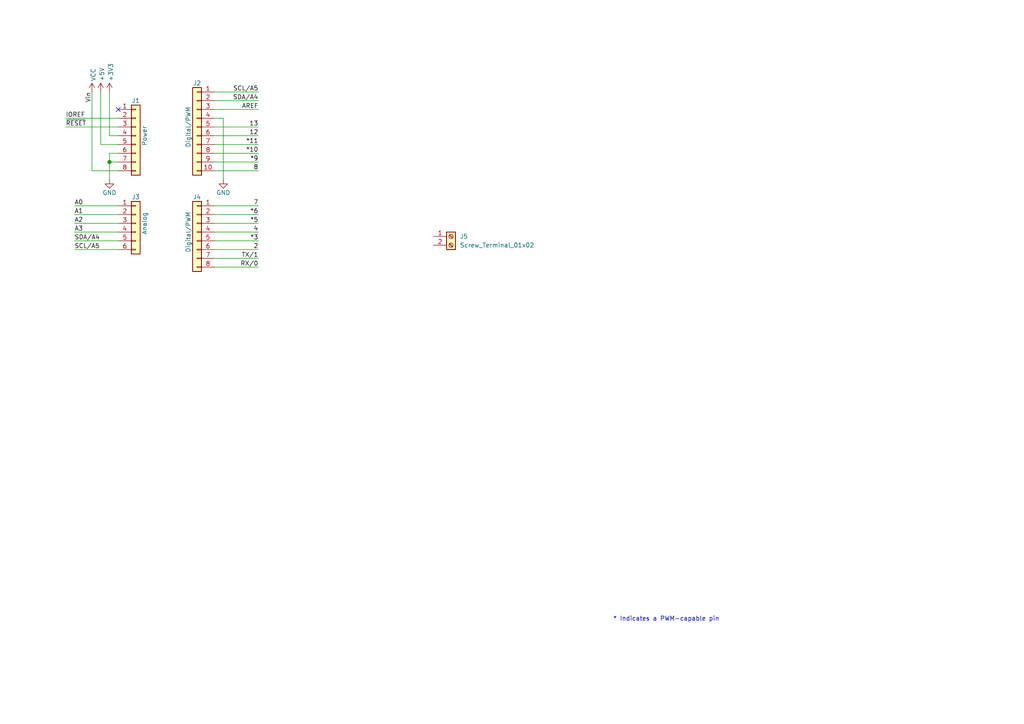
<source format=kicad_sch>
(kicad_sch (version 20230121) (generator eeschema)
  (paper "A4")
  (title_block (date "mar. 31 mars 2015"))
  (lib_symbols
    (symbol "Connector:Screw_Terminal_01x02" (pin_names (offset 1.016) hide)
      (property "Reference" "J" (at 0 2.54 0))
      (property "Value" "Screw_Terminal_01x02" (at 0 -5.08 0))
      (symbol "Screw_Terminal_01x02_1_1"
        (rectangle (start -1.27 1.27) (end 1.27 -3.81) (stroke (width 0.254)) (fill (type background)))
        (circle (center 0 -2.54) (radius 0.635) (stroke (width 0.1524)))
        (polyline (pts (xy -0.5334 -2.2098) (xy 0.3302 -3.048)) (stroke (width 0.1524)))
        (polyline (pts (xy -0.5334 0.3302) (xy 0.3302 -0.508)) (stroke (width 0.1524)))
        (polyline (pts (xy -0.3556 -2.032) (xy 0.508 -2.8702)) (stroke (width 0.1524)))
        (polyline (pts (xy -0.3556 0.508) (xy 0.508 -0.3302)) (stroke (width 0.1524)))
        (circle (center 0 0) (radius 0.635) (stroke (width 0.1524)))
        (pin passive line (at -5.08 0 0) (length 3.81) (name "Pin_1") (number "1"))
        (pin passive line (at -5.08 -2.54 0) (length 3.81) (name "Pin_2") (number "2"))
      )
    )
    (symbol "Connector_Generic:Conn_01x06" (pin_names (offset 1.016) hide)
      (property "Reference" "J" (at 0 7.62 0))
      (property "Value" "Conn_01x06" (at 0 -10.16 0))
      (symbol "Conn_01x06_1_1"
        (rectangle (start -1.27 -7.493) (end 0 -7.747) (stroke (width 0.1524)))
        (rectangle (start -1.27 -4.953) (end 0 -5.207) (stroke (width 0.1524)))
        (rectangle (start -1.27 -2.413) (end 0 -2.667) (stroke (width 0.1524)))
        (rectangle (start -1.27 0.127) (end 0 -0.127) (stroke (width 0.1524)))
        (rectangle (start -1.27 2.667) (end 0 2.413) (stroke (width 0.1524)))
        (rectangle (start -1.27 5.207) (end 0 4.953) (stroke (width 0.1524)))
        (rectangle (start -1.27 6.35) (end 1.27 -8.89) (stroke (width 0.254)) (fill (type background)))
        (pin passive line (at -5.08 5.08 0) (length 3.81) (name "Pin_1") (number "1"))
        (pin passive line (at -5.08 2.54 0) (length 3.81) (name "Pin_2") (number "2"))
        (pin passive line (at -5.08 0 0) (length 3.81) (name "Pin_3") (number "3"))
        (pin passive line (at -5.08 -2.54 0) (length 3.81) (name "Pin_4") (number "4"))
        (pin passive line (at -5.08 -5.08 0) (length 3.81) (name "Pin_5") (number "5"))
        (pin passive line (at -5.08 -7.62 0) (length 3.81) (name "Pin_6") (number "6"))
      )
    )
    (symbol "Connector_Generic:Conn_01x08" (pin_names (offset 1.016) hide)
      (property "Reference" "J" (at 0 10.16 0))
      (property "Value" "Conn_01x08" (at 0 -12.7 0))
      (symbol "Conn_01x08_1_1"
        (rectangle (start -1.27 -10.033) (end 0 -10.287) (stroke (width 0.1524)))
        (rectangle (start -1.27 -7.493) (end 0 -7.747) (stroke (width 0.1524)))
        (rectangle (start -1.27 -4.953) (end 0 -5.207) (stroke (width 0.1524)))
        (rectangle (start -1.27 -2.413) (end 0 -2.667) (stroke (width 0.1524)))
        (rectangle (start -1.27 0.127) (end 0 -0.127) (stroke (width 0.1524)))
        (rectangle (start -1.27 2.667) (end 0 2.413) (stroke (width 0.1524)))
        (rectangle (start -1.27 5.207) (end 0 4.953) (stroke (width 0.1524)))
        (rectangle (start -1.27 7.747) (end 0 7.493) (stroke (width 0.1524)))
        (rectangle (start -1.27 8.89) (end 1.27 -11.43) (stroke (width 0.254)) (fill (type background)))
        (pin passive line (at -5.08 7.62 0) (length 3.81) (name "Pin_1") (number "1"))
        (pin passive line (at -5.08 5.08 0) (length 3.81) (name "Pin_2") (number "2"))
        (pin passive line (at -5.08 2.54 0) (length 3.81) (name "Pin_3") (number "3"))
        (pin passive line (at -5.08 0 0) (length 3.81) (name "Pin_4") (number "4"))
        (pin passive line (at -5.08 -2.54 0) (length 3.81) (name "Pin_5") (number "5"))
        (pin passive line (at -5.08 -5.08 0) (length 3.81) (name "Pin_6") (number "6"))
        (pin passive line (at -5.08 -7.62 0) (length 3.81) (name "Pin_7") (number "7"))
        (pin passive line (at -5.08 -10.16 0) (length 3.81) (name "Pin_8") (number "8"))
      )
    )
    (symbol "Connector_Generic:Conn_01x10" (pin_names (offset 1.016) hide)
      (property "Reference" "J" (at 0 12.7 0))
      (property "Value" "Conn_01x10" (at 0 -15.24 0))
      (symbol "Conn_01x10_1_1"
        (rectangle (start -1.27 -12.573) (end 0 -12.827) (stroke (width 0.1524)))
        (rectangle (start -1.27 -10.033) (end 0 -10.287) (stroke (width 0.1524)))
        (rectangle (start -1.27 -7.493) (end 0 -7.747) (stroke (width 0.1524)))
        (rectangle (start -1.27 -4.953) (end 0 -5.207) (stroke (width 0.1524)))
        (rectangle (start -1.27 -2.413) (end 0 -2.667) (stroke (width 0.1524)))
        (rectangle (start -1.27 0.127) (end 0 -0.127) (stroke (width 0.1524)))
        (rectangle (start -1.27 2.667) (end 0 2.413) (stroke (width 0.1524)))
        (rectangle (start -1.27 5.207) (end 0 4.953) (stroke (width 0.1524)))
        (rectangle (start -1.27 7.747) (end 0 7.493) (stroke (width 0.1524)))
        (rectangle (start -1.27 10.287) (end 0 10.033) (stroke (width 0.1524)))
        (rectangle (start -1.27 11.43) (end 1.27 -13.97) (stroke (width 0.254)) (fill (type background)))
        (pin passive line (at -5.08 10.16 0) (length 3.81) (name "Pin_1") (number "1"))
        (pin passive line (at -5.08 -12.7 0) (length 3.81) (name "Pin_10") (number "10"))
        (pin passive line (at -5.08 7.62 0) (length 3.81) (name "Pin_2") (number "2"))
        (pin passive line (at -5.08 5.08 0) (length 3.81) (name "Pin_3") (number "3"))
        (pin passive line (at -5.08 2.54 0) (length 3.81) (name "Pin_4") (number "4"))
        (pin passive line (at -5.08 0 0) (length 3.81) (name "Pin_5") (number "5"))
        (pin passive line (at -5.08 -2.54 0) (length 3.81) (name "Pin_6") (number "6"))
        (pin passive line (at -5.08 -5.08 0) (length 3.81) (name "Pin_7") (number "7"))
        (pin passive line (at -5.08 -7.62 0) (length 3.81) (name "Pin_8") (number "8"))
        (pin passive line (at -5.08 -10.16 0) (length 3.81) (name "Pin_9") (number "9"))
      )
    )
    (symbol "power:+3V3" (power) (pin_names (offset 0))
      (property "Value" "+3V3" (at 0 3.556 0))
      (symbol "+3V3_0_1"
        (polyline (pts (xy -0.762 1.27) (xy 0 2.54)))
        (polyline (pts (xy 0 0) (xy 0 2.54)))
        (polyline (pts (xy 0 2.54) (xy 0.762 1.27)))
      )
      (symbol "+3V3_1_1"
        (pin power_in line (at 0 0 90) (length 0) hide (name "+3V3") (number "1"))
      )
    )
    (symbol "power:+5V" (power) (pin_names (offset 0))
      (property "Value" "+5V" (at 0 3.556 0))
      (symbol "+5V_0_1"
        (polyline (pts (xy -0.762 1.27) (xy 0 2.54)))
        (polyline (pts (xy 0 0) (xy 0 2.54)))
        (polyline (pts (xy 0 2.54) (xy 0.762 1.27)))
      )
      (symbol "+5V_1_1"
        (pin power_in line (at 0 0 90) (length 0) hide (name "+5V") (number "1"))
      )
    )
    (symbol "power:GND" (power) (pin_names (offset 0))
      (property "Value" "GND" (at 0 -3.81 0))
      (symbol "GND_0_1"
        (polyline (pts (xy 0 0) (xy 0 -1.27) (xy 1.27 -1.27) (xy 0 -2.54) (xy -1.27 -1.27) (xy 0 -1.27)))
      )
      (symbol "GND_1_1"
        (pin power_in line (at 0 0 270) (length 0) hide (name "GND") (number "1"))
      )
    )
    (symbol "power:VCC" (power) (pin_names (offset 0))
      (property "Value" "VCC" (at 0 3.81 0))
      (symbol "VCC_0_1"
        (polyline (pts (xy -0.762 1.27) (xy 0 2.54)))
        (polyline (pts (xy 0 0) (xy 0 2.54)))
        (polyline (pts (xy 0 2.54) (xy 0.762 1.27)))
      )
      (symbol "VCC_1_1"
        (pin power_in line (at 0 0 90) (length 0) hide (name "VCC") (number "1"))
      )
    )
  )
  (junction (at 31.75 46.99) (diameter 1.016))
  (no_connect (at 34.29 31.75))
  (wire (pts (xy 62.23 77.47) (xy 74.93 77.47)))
  (wire (pts (xy 62.23 44.45) (xy 74.93 44.45)))
  (wire (pts (xy 62.23 26.67) (xy 74.93 26.67)))
  (wire (pts (xy 31.75 44.45) (xy 31.75 46.99)))
  (wire (pts (xy 21.59 72.39) (xy 34.29 72.39)))
  (wire (pts (xy 31.75 46.99) (xy 31.75 52.07)))
  (wire (pts (xy 31.75 39.37) (xy 34.29 39.37)))
  (wire (pts (xy 29.21 41.91) (xy 34.29 41.91)))
  (wire (pts (xy 29.21 26.67) (xy 29.21 41.91)))
  (wire (pts (xy 62.23 36.83) (xy 74.93 36.83)))
  (wire (pts (xy 31.75 26.67) (xy 31.75 39.37)))
  (wire (pts (xy 62.23 59.69) (xy 74.93 59.69)))
  (wire (pts (xy 34.29 59.69) (xy 21.59 59.69)))
  (wire (pts (xy 62.23 39.37) (xy 74.93 39.37)))
  (wire (pts (xy 62.23 62.23) (xy 74.93 62.23)))
  (wire (pts (xy 62.23 46.99) (xy 74.93 46.99)))
  (wire (pts (xy 62.23 67.31) (xy 74.93 67.31)))
  (wire (pts (xy 19.05 34.29) (xy 34.29 34.29)))
  (wire (pts (xy 64.77 34.29) (xy 64.77 52.07)))
  (wire (pts (xy 62.23 31.75) (xy 74.93 31.75)))
  (wire (pts (xy 34.29 64.77) (xy 21.59 64.77)))
  (wire (pts (xy 19.05 36.83) (xy 34.29 36.83)))
  (wire (pts (xy 34.29 46.99) (xy 31.75 46.99)))
  (wire (pts (xy 34.29 49.53) (xy 26.67 49.53)))
  (wire (pts (xy 21.59 62.23) (xy 34.29 62.23)))
  (wire (pts (xy 62.23 34.29) (xy 64.77 34.29)))
  (wire (pts (xy 34.29 44.45) (xy 31.75 44.45)))
  (wire (pts (xy 62.23 41.91) (xy 74.93 41.91)))
  (wire (pts (xy 62.23 64.77) (xy 74.93 64.77)))
  (wire (pts (xy 21.59 67.31) (xy 34.29 67.31)))
  (wire (pts (xy 62.23 29.21) (xy 74.93 29.21)))
  (wire (pts (xy 62.23 72.39) (xy 74.93 72.39)))
  (wire (pts (xy 62.23 69.85) (xy 74.93 69.85)))
  (wire (pts (xy 62.23 74.93) (xy 74.93 74.93)))
  (wire (pts (xy 26.67 49.53) (xy 26.67 26.67)))
  (wire (pts (xy 34.29 69.85) (xy 21.59 69.85)))
  (wire (pts (xy 62.23 49.53) (xy 74.93 49.53)))
  (text "* Indicates a PWM-capable pin" (at 177.8 180.34 0) (effects (font (size 1.27 1.27)) (justify left bottom)))
  (label "RX{slash}0" (at 74.93 77.47 180))
  (label "A2" (at 21.59 64.77 0))
  (label "4" (at 74.93 67.31 180))
  (label "2" (at 74.93 72.39 180))
  (label "A3" (at 21.59 67.31 0))
  (label "13" (at 74.93 36.83 180))
  (label "12" (at 74.93 39.37 180))
  (label "~{RESET}" (at 19.05 36.83 0))
  (label "*10" (at 74.93 44.45 180))
  (label "7" (at 74.93 59.69 180))
  (label "SDA{slash}A4" (at 74.93 29.21 180))
  (label "8" (at 74.93 49.53 180))
  (label "*11" (at 74.93 41.91 180))
  (label "*3" (at 74.93 69.85 180))
  (label "A1" (at 21.59 62.23 0))
  (label "TX{slash}1" (at 74.93 74.93 180))
  (label "A0" (at 21.59 59.69 0))
  (label "AREF" (at 74.93 31.75 180))
  (label "Vin" (at 26.67 26.67 270))
  (label "*6" (at 74.93 62.23 180))
  (label "SCL{slash}A5" (at 74.93 26.67 180))
  (label "*9" (at 74.93 46.99 180))
  (label "*5" (at 74.93 64.77 180))
  (label "IOREF" (at 19.05 34.29 0))
  (label "SDA{slash}A4" (at 21.59 69.85 0))
  (label "SCL{slash}A5" (at 21.59 72.39 0))
  (symbol (lib_id "Connector_Generic:Conn_01x08") (at 39.37 39.37 0) (unit 1)
    (property "Reference" "J1" (at 39.37 29.21 0))
    (property "Value" "Power" (at 41.91 39.37 90))
    (property "Footprint" "Connector_PinSocket_2.54mm:PinSocket_1x08_P2.54mm_Vertical" (effects hide))
  )
  (symbol (lib_id "power:+3V3") (at 31.75 26.67 0) (unit 1)
    (property "Reference" "#PWR03" (effects hide))
    (property "Value" "+3.3V" (at 32.131 23.622 90) (effects (justify left)))
  )
  (symbol (lib_id "power:+5V") (at 29.21 26.67 0) (unit 1)
    (property "Reference" "#PWR02" (effects hide))
    (property "Value" "+5V" (at 29.5656 23.622 90) (effects (justify left)))
  )
  (symbol (lib_id "power:GND") (at 31.75 52.07 0) (unit 1)
    (property "Reference" "#PWR04" (effects hide))
    (property "Value" "GND" (at 31.75 55.88 0))
  )
  (symbol (lib_id "Connector_Generic:Conn_01x10") (at 57.15 36.83 0) (mirror y) (unit 1)
    (property "Reference" "J2" (at 57.15 24.13 0))
    (property "Value" "Digital/PWM" (at 54.61 36.83 90))
    (property "Footprint" "Connector_PinSocket_2.54mm:PinSocket_1x10_P2.54mm_Vertical" (effects hide))
  )
  (symbol (lib_id "power:GND") (at 64.77 52.07 0) (unit 1)
    (property "Reference" "#PWR05" (effects hide))
    (property "Value" "GND" (at 64.77 55.88 0))
  )
  (symbol (lib_id "Connector_Generic:Conn_01x06") (at 39.37 64.77 0) (unit 1)
    (property "Reference" "J3" (at 39.37 57.15 0))
    (property "Value" "Analog" (at 41.91 64.77 90))
    (property "Footprint" "Connector_PinSocket_2.54mm:PinSocket_1x06_P2.54mm_Vertical" (effects hide))
  )
  (symbol (lib_id "Connector_Generic:Conn_01x08") (at 57.15 67.31 0) (mirror y) (unit 1)
    (property "Reference" "J4" (at 57.15 57.15 0))
    (property "Value" "Digital/PWM" (at 54.61 67.31 90))
    (property "Footprint" "Connector_PinSocket_2.54mm:PinSocket_1x08_P2.54mm_Vertical" (effects hide))
  )
  (symbol (lib_id "Connector:Screw_Terminal_01x02") (at 130.81 68.58 0) (unit 1)
    (property "Reference" "J5" (at 133.35 68.58 0) (effects (justify left)))
    (property "Value" "Screw_Terminal_01x02" (at 133.35 71.12 0) (effects (justify left)))
    (property "Footprint" "TerminalBlock:TerminalBlock_bornier-2_P5.08mm" (effects hide))
  )
  (symbol (lib_id "power:VCC") (at 26.67 26.67 0) (unit 1)
    (property "Reference" "#PWR01" (effects hide))
    (property "Value" "VCC" (at 27.051 23.622 90) (effects (justify left)))
  )
)
</source>
